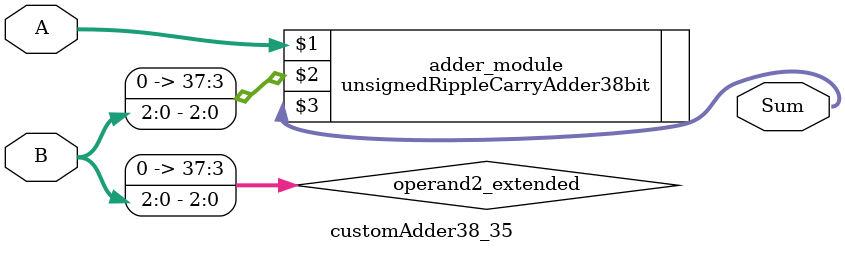
<source format=v>
module customAdder38_35(
                        input [37 : 0] A,
                        input [2 : 0] B,
                        
                        output [38 : 0] Sum
                );

        wire [37 : 0] operand2_extended;
        
        assign operand2_extended =  {35'b0, B};
        
        unsignedRippleCarryAdder38bit adder_module(
            A,
            operand2_extended,
            Sum
        );
        
        endmodule
        
</source>
